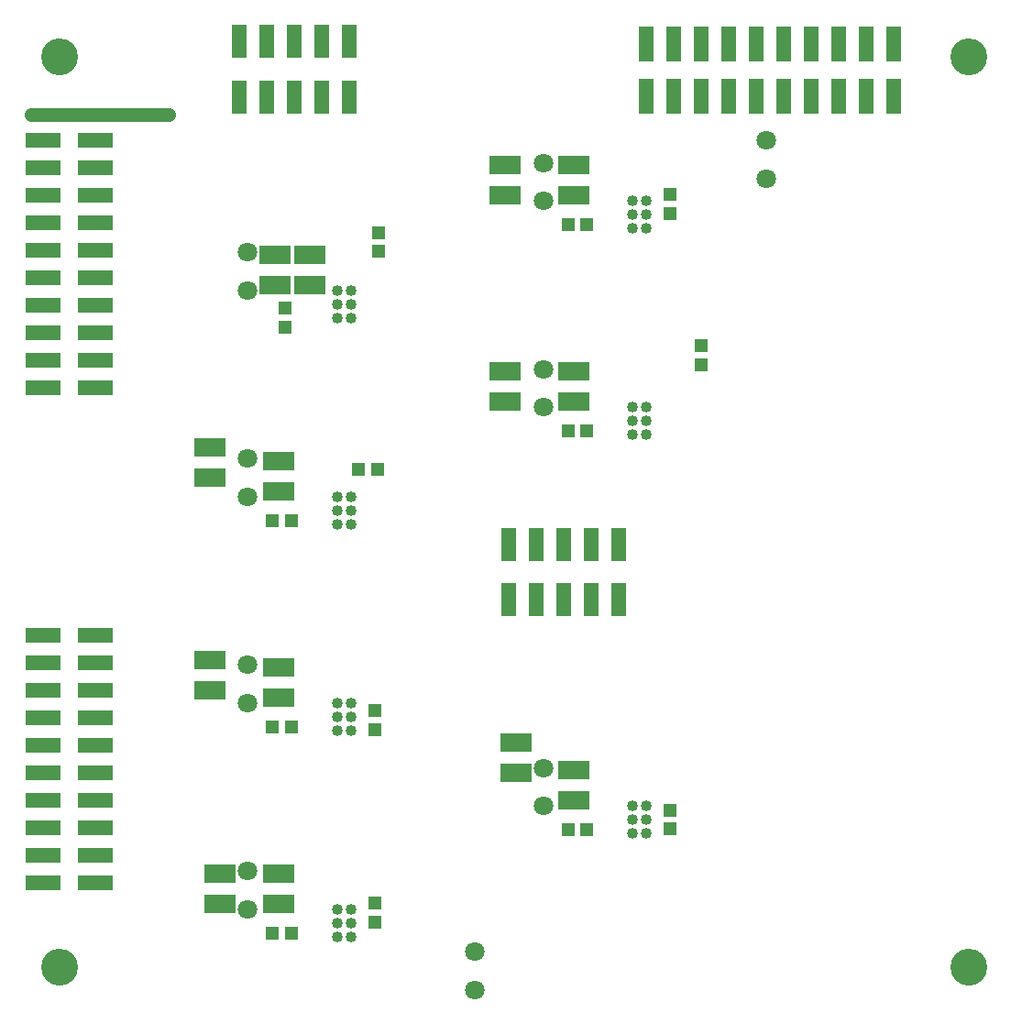
<source format=gbr>
G04 EAGLE Gerber RS-274X export*
G75*
%MOMM*%
%FSLAX34Y34*%
%LPD*%
%INSoldermask Bottom*%
%IPPOS*%
%AMOC8*
5,1,8,0,0,1.08239X$1,22.5*%
G01*
%ADD10C,1.270000*%
%ADD11C,3.403200*%
%ADD12R,3.251200X1.473200*%
%ADD13R,1.473200X3.124200*%
%ADD14C,1.011200*%
%ADD15C,1.803200*%
%ADD16R,2.903200X1.803200*%
%ADD17R,1.283200X1.253200*%
%ADD18R,1.253200X1.283200*%
%ADD19R,1.473200X3.251200*%


D10*
X53975Y866775D02*
X180975Y866775D01*
D11*
X80000Y920000D03*
X80000Y80000D03*
X920000Y80000D03*
X920000Y920000D03*
D12*
X64770Y157200D03*
X113030Y157200D03*
X64770Y182600D03*
X113030Y182600D03*
X64770Y208000D03*
X113030Y208000D03*
X64770Y233400D03*
X113030Y233400D03*
X64770Y258800D03*
X113030Y258800D03*
X64770Y284200D03*
X113030Y284200D03*
X64770Y309600D03*
X113030Y309600D03*
X64770Y335000D03*
X113030Y335000D03*
X64770Y360400D03*
X113030Y360400D03*
X64770Y385800D03*
X113030Y385800D03*
X113030Y843540D03*
X64770Y843540D03*
X113030Y818140D03*
X64770Y818140D03*
X113030Y792740D03*
X64770Y792740D03*
X113030Y767340D03*
X64770Y767340D03*
X113030Y741940D03*
X64770Y741940D03*
X113030Y716540D03*
X64770Y716540D03*
X113030Y691140D03*
X64770Y691140D03*
X113030Y665740D03*
X64770Y665740D03*
X113030Y640340D03*
X64770Y640340D03*
X113030Y614940D03*
X64770Y614940D03*
D13*
X348320Y934617D03*
X348320Y883182D03*
X322920Y934617D03*
X322920Y883182D03*
X297520Y934617D03*
X297520Y883182D03*
X272120Y934617D03*
X272120Y883182D03*
X246720Y934617D03*
X246720Y883182D03*
D14*
X349250Y679450D03*
X336550Y679450D03*
X349250Y692150D03*
X336550Y692150D03*
X349250Y704850D03*
X336550Y704850D03*
D15*
X254000Y704813D03*
X254000Y739813D03*
D16*
X311150Y709900D03*
X311150Y737900D03*
D17*
X288925Y688200D03*
X288925Y670700D03*
D16*
X279400Y709900D03*
X279400Y737900D03*
D14*
X622300Y571500D03*
X609600Y571500D03*
X622300Y584200D03*
X609600Y584200D03*
X622300Y596900D03*
X609600Y596900D03*
D15*
X527050Y596863D03*
X527050Y631863D03*
D16*
X492125Y601950D03*
X492125Y629950D03*
D18*
X550050Y574675D03*
X567550Y574675D03*
D16*
X555625Y601950D03*
X555625Y629950D03*
D14*
X349250Y488950D03*
X336550Y488950D03*
X349250Y501650D03*
X336550Y501650D03*
X349250Y514350D03*
X336550Y514350D03*
D15*
X254000Y514313D03*
X254000Y549313D03*
D16*
X219075Y532100D03*
X219075Y560100D03*
D18*
X277000Y492125D03*
X294500Y492125D03*
D16*
X282575Y519400D03*
X282575Y547400D03*
D14*
X349250Y298450D03*
X336550Y298450D03*
X349250Y311150D03*
X336550Y311150D03*
X349250Y323850D03*
X336550Y323850D03*
D15*
X254000Y323813D03*
X254000Y358813D03*
D16*
X219075Y335250D03*
X219075Y363250D03*
D18*
X277000Y301625D03*
X294500Y301625D03*
D16*
X282575Y328900D03*
X282575Y356900D03*
D14*
X349250Y107950D03*
X336550Y107950D03*
X349250Y120650D03*
X336550Y120650D03*
X349250Y133350D03*
X336550Y133350D03*
D15*
X254000Y133313D03*
X254000Y168313D03*
D16*
X228600Y138400D03*
X228600Y166400D03*
D18*
X277000Y111125D03*
X294500Y111125D03*
D16*
X282575Y138400D03*
X282575Y166400D03*
D14*
X622300Y762000D03*
X609600Y762000D03*
X622300Y774700D03*
X609600Y774700D03*
X622300Y787400D03*
X609600Y787400D03*
D15*
X527050Y787363D03*
X527050Y822363D03*
D16*
X492125Y792450D03*
X492125Y820450D03*
D18*
X550050Y765175D03*
X567550Y765175D03*
D16*
X555625Y792450D03*
X555625Y820450D03*
D14*
X622300Y203200D03*
X609600Y203200D03*
X622300Y215900D03*
X609600Y215900D03*
X622300Y228600D03*
X609600Y228600D03*
D15*
X527050Y228563D03*
X527050Y263563D03*
D16*
X501650Y259050D03*
X501650Y287050D03*
D18*
X550050Y206375D03*
X567550Y206375D03*
D16*
X555625Y233650D03*
X555625Y261650D03*
D19*
X622300Y932180D03*
X622300Y883920D03*
X647700Y932180D03*
X647700Y883920D03*
X673100Y932180D03*
X673100Y883920D03*
X698500Y932180D03*
X698500Y883920D03*
X723900Y932180D03*
X723900Y883920D03*
X749300Y932180D03*
X749300Y883920D03*
X774700Y932180D03*
X774700Y883920D03*
X800100Y932180D03*
X800100Y883920D03*
X825500Y932180D03*
X825500Y883920D03*
X850900Y932180D03*
X850900Y883920D03*
D13*
X596900Y470217D03*
X596900Y418782D03*
X571500Y470217D03*
X571500Y418782D03*
X546100Y470217D03*
X546100Y418782D03*
X520700Y470217D03*
X520700Y418782D03*
X495300Y470217D03*
X495300Y418782D03*
D15*
X463550Y93700D03*
X463550Y58700D03*
X733425Y808000D03*
X733425Y843000D03*
D17*
X673100Y635775D03*
X673100Y653275D03*
X374650Y740550D03*
X374650Y758050D03*
D18*
X373875Y539750D03*
X356375Y539750D03*
D17*
X371475Y316725D03*
X371475Y299225D03*
X371475Y138925D03*
X371475Y121425D03*
X644525Y792975D03*
X644525Y775475D03*
X644525Y224650D03*
X644525Y207150D03*
M02*

</source>
